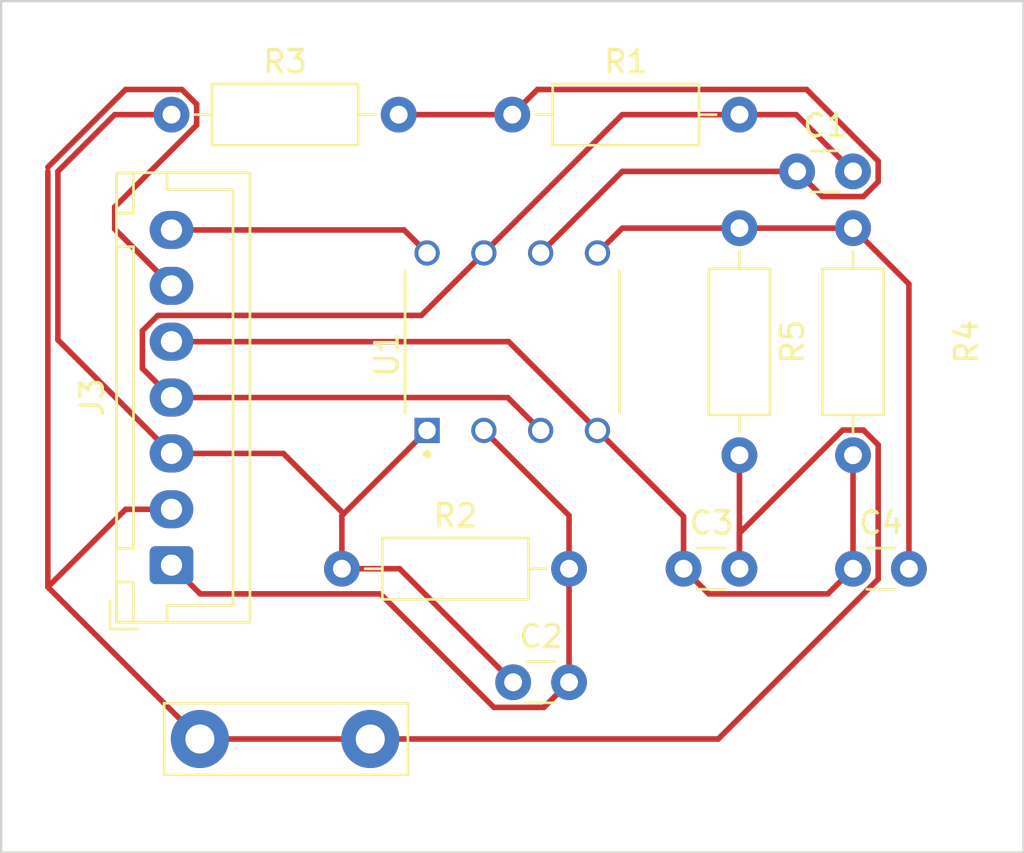
<source format=kicad_pcb>
(kicad_pcb (version 20221018) (generator pcbnew)
  (layers (0 "F.Cu" signal) (31 "B.Cu" signal) (34 "B.Paste" user) (35 "F.Paste" user) (36 "B.SilkS" user "B.Silkscreen") (37 "F.SilkS" user "F.Silkscreen") (38 "B.Mask" user) (39 "F.Mask" user) (44 "Edge.Cuts" user))
  (net 0 "")
  (net 1 "Skin1")
  (net 2 "GND")
  (net 3 "Net-(U1-2IN+)")
  (net 4 "VDD")
  (net 5 "2IN-")
  (net 6 "2OUT")
  (net 7 "1OUT")
  (net 8 "5V")
  (footprint "Capacitor_THT:C_Disc_D3.0mm_W1.6mm_P2.50mm" (layer "F.Cu") (at 236.22 71.12)
    (fp_text reference "C4" (at 1.25 -2.05) (layer "F.SilkS"))
    (fp_text value "0.1uF")
    (fp_line (start 0.621 -0.92) (end 1.879 -0.92) (stroke (width 0.12)) (layer "F.SilkS"))
    (fp_line (start 0.621 0.92) (end 1.879 0.92) (stroke (width 0.12)) (layer "F.SilkS"))
    (pad "1" thru_hole circle (at 0 0) (size 1.6 1.6) (drill 0.8) (layers "*.Cu" "*.Mask") (net 2 "GND"))
    (pad "2" thru_hole circle (at 2.5 0) (size 1.6 1.6) (drill 0.8) (layers "*.Cu" "*.Mask") (net 3 "Net-(U1-2IN+)"))
  )
  (footprint "Connector_JST:JST_XH_B7B-XH-A_1x07_P2.50mm_Vertical" (layer "F.Cu") (at 205.74 70.96 90)
    (fp_text reference "J3" (at 7.5 -3.55 90) (layer "F.SilkS"))
    (fp_text value "Conn_01x07_Socket")
    (fp_line (start -2.85 -2.75) (end -2.85 -1.5) (stroke (width 0.12)) (layer "F.SilkS"))
    (fp_line (start -2.56 -2.46) (end -2.56 3.51) (stroke (width 0.12)) (layer "F.SilkS"))
    (fp_line (start -2.56 3.51) (end 17.56 3.51) (stroke (width 0.12)) (layer "F.SilkS"))
    (fp_line (start -2.55 -2.45) (end -2.55 -1.7) (stroke (width 0.12)) (layer "F.SilkS"))
    (fp_line (start -2.55 -1.7) (end -0.75 -1.7) (stroke (width 0.12)) (layer "F.SilkS"))
    (fp_line (start -2.55 -0.2) (end -1.8 -0.2) (stroke (width 0.12)) (layer "F.SilkS"))
    (fp_line (start -1.8 -0.2) (end -1.8 2.75) (stroke (width 0.12)) (layer "F.SilkS"))
    (fp_line (start -1.8 2.75) (end 7.5 2.75) (stroke (width 0.12)) (layer "F.SilkS"))
    (fp_line (start -1.6 -2.75) (end -2.85 -2.75) (stroke (width 0.12)) (layer "F.SilkS"))
    (fp_line (start -0.75 -2.45) (end -2.55 -2.45) (stroke (width 0.12)) (layer "F.SilkS"))
    (fp_line (start -0.75 -1.7) (end -0.75 -2.45) (stroke (width 0.12)) (layer "F.SilkS"))
    (fp_line (start 0.75 -2.45) (end 0.75 -1.7) (stroke (width 0.12)) (layer "F.SilkS"))
    (fp_line (start 0.75 -1.7) (end 14.25 -1.7) (stroke (width 0.12)) (layer "F.SilkS"))
    (fp_line (start 14.25 -2.45) (end 0.75 -2.45) (stroke (width 0.12)) (layer "F.SilkS"))
    (fp_line (start 14.25 -1.7) (end 14.25 -2.45) (stroke (width 0.12)) (layer "F.SilkS"))
    (fp_line (start 15.75 -2.45) (end 15.75 -1.7) (stroke (width 0.12)) (layer "F.SilkS"))
    (fp_line (start 15.75 -1.7) (end 17.55 -1.7) (stroke (width 0.12)) (layer "F.SilkS"))
    (fp_line (start 16.8 -0.2) (end 16.8 2.75) (stroke (width 0.12)) (layer "F.SilkS"))
    (fp_line (start 16.8 2.75) (end 7.5 2.75) (stroke (width 0.12)) (layer "F.SilkS"))
    (fp_line (start 17.55 -2.45) (end 15.75 -2.45) (stroke (width 0.12)) (layer "F.SilkS"))
    (fp_line (start 17.55 -1.7) (end 17.55 -2.45) (stroke (width 0.12)) (layer "F.SilkS"))
    (fp_line (start 17.55 -0.2) (end 16.8 -0.2) (stroke (width 0.12)) (layer "F.SilkS"))
    (fp_line (start 17.56 -2.46) (end -2.56 -2.46) (stroke (width 0.12)) (layer "F.SilkS"))
    (fp_line (start 17.56 3.51) (end 17.56 -2.46) (stroke (width 0.12)) (layer "F.SilkS"))
    (pad "1" thru_hole roundrect (at 0 0 90) (size 1.7 1.95) (drill 0.95) (layers "*.Cu" "*.Mask") (roundrect_rratio 0.147059) (net 1 "Skin1"))
    (pad "2" thru_hole oval (at 2.5 0 90) (size 1.7 1.95) (drill 0.95) (layers "*.Cu" "*.Mask") (net 8 "5V"))
    (pad "3" thru_hole oval (at 5 0 90) (size 1.7 1.95) (drill 0.95) (layers "*.Cu" "*.Mask") (net 7 "1OUT"))
    (pad "4" thru_hole oval (at 7.5 0 90) (size 1.7 1.95) (drill 0.95) (layers "*.Cu" "*.Mask") (net 6 "2OUT"))
    (pad "5" thru_hole oval (at 10 0 90) (size 1.7 1.95) (drill 0.95) (layers "*.Cu" "*.Mask") (net 2 "GND"))
    (pad "6" thru_hole oval (at 12.5 0 90) (size 1.7 1.95) (drill 0.95) (layers "*.Cu" "*.Mask") (net 8 "5V"))
    (pad "7" thru_hole oval (at 15 0 90) (size 1.7 1.95) (drill 0.95) (layers "*.Cu" "*.Mask") (net 4 "VDD"))
  )
  (footprint "TestPoint:TestPoint_Bridge_Pitch7.62mm_Drill1.3mm" (layer "F.Cu") (at 207.01 78.74)
    (fp_text reference "JP1" hide)
    (fp_text value "Jumper_2_Open")
    (fp_line (start -1.6 -1.6) (end 9.3 -1.6) (stroke (width 0.12)) (layer "F.SilkS"))
    (fp_line (start -1.6 1.6) (end -1.6 -1.6) (stroke (width 0.12)) (layer "F.SilkS"))
    (fp_line (start 9.3 -1.6) (end 9.3 1.6) (stroke (width 0.12)) (layer "F.SilkS"))
    (fp_line (start 9.3 1.6) (end -1.6 1.6) (stroke (width 0.12)) (layer "F.SilkS"))
    (pad "1" thru_hole circle (at 0 0) (size 2.6 2.6) (drill 1.3) (layers "*.Cu" "*.Mask") (net 8 "5V"))
    (pad "1" thru_hole circle (at 7.62 0) (size 2.6 2.6) (drill 1.3) (layers "*.Cu" "*.Mask") (net 8 "5V"))
  )
  (footprint "Resistor_THT:R_Axial_DIN0207_L6.3mm_D2.5mm_P10.16mm_Horizontal" (layer "F.Cu") (at 205.74 50.8)
    (fp_text reference "R3" (at 5.08 -2.37) (layer "F.SilkS"))
    (fp_text value "100K")
    (fp_line (start 1.04 0) (end 1.81 0) (stroke (width 0.12)) (layer "F.SilkS"))
    (fp_line (start 1.81 -1.37) (end 1.81 1.37) (stroke (width 0.12)) (layer "F.SilkS"))
    (fp_line (start 1.81 1.37) (end 8.35 1.37) (stroke (width 0.12)) (layer "F.SilkS"))
    (fp_line (start 8.35 -1.37) (end 1.81 -1.37) (stroke (width 0.12)) (layer "F.SilkS"))
    (fp_line (start 8.35 1.37) (end 8.35 -1.37) (stroke (width 0.12)) (layer "F.SilkS"))
    (fp_line (start 9.12 0) (end 8.35 0) (stroke (width 0.12)) (layer "F.SilkS"))
    (pad "1" thru_hole circle (at 0 0) (size 1.6 1.6) (drill 0.8) (layers "*.Cu" "*.Mask") (net 7 "1OUT"))
    (pad "2" thru_hole oval (at 10.16 0) (size 1.6 1.6) (drill 0.8) (layers "*.Cu" "*.Mask") (net 5 "2IN-"))
  )
  (footprint "Resistor_THT:R_Axial_DIN0207_L6.3mm_D2.5mm_P10.16mm_Horizontal" (layer "F.Cu") (at 220.98 50.8)
    (fp_text reference "R1" (at 5.08 -2.37) (layer "F.SilkS"))
    (fp_text value "100K")
    (fp_line (start 1.04 0) (end 1.81 0) (stroke (width 0.12)) (layer "F.SilkS"))
    (fp_line (start 1.81 -1.37) (end 1.81 1.37) (stroke (width 0.12)) (layer "F.SilkS"))
    (fp_line (start 1.81 1.37) (end 8.35 1.37) (stroke (width 0.12)) (layer "F.SilkS"))
    (fp_line (start 8.35 -1.37) (end 1.81 -1.37) (stroke (width 0.12)) (layer "F.SilkS"))
    (fp_line (start 8.35 1.37) (end 8.35 -1.37) (stroke (width 0.12)) (layer "F.SilkS"))
    (fp_line (start 9.12 0) (end 8.35 0) (stroke (width 0.12)) (layer "F.SilkS"))
    (pad "1" thru_hole circle (at 0 0) (size 1.6 1.6) (drill 0.8) (layers "*.Cu" "*.Mask") (net 5 "2IN-"))
    (pad "2" thru_hole oval (at 10.16 0) (size 1.6 1.6) (drill 0.8) (layers "*.Cu" "*.Mask") (net 6 "2OUT"))
  )
  (footprint "Resistor_THT:R_Axial_DIN0207_L6.3mm_D2.5mm_P10.16mm_Horizontal" (layer "F.Cu") (at 231.14 55.88 -90)
    (fp_text reference "R5" (at 5.08 -2.37 90) (layer "F.SilkS"))
    (fp_text value "100K")
    (fp_line (start 1.04 0) (end 1.81 0) (stroke (width 0.12)) (layer "F.SilkS"))
    (fp_line (start 1.81 -1.37) (end 1.81 1.37) (stroke (width 0.12)) (layer "F.SilkS"))
    (fp_line (start 1.81 1.37) (end 8.35 1.37) (stroke (width 0.12)) (layer "F.SilkS"))
    (fp_line (start 8.35 -1.37) (end 1.81 -1.37) (stroke (width 0.12)) (layer "F.SilkS"))
    (fp_line (start 8.35 1.37) (end 8.35 -1.37) (stroke (width 0.12)) (layer "F.SilkS"))
    (fp_line (start 9.12 0) (end 8.35 0) (stroke (width 0.12)) (layer "F.SilkS"))
    (pad "1" thru_hole circle (at 0 0 270) (size 1.6 1.6) (drill 0.8) (layers "*.Cu" "*.Mask") (net 3 "Net-(U1-2IN+)"))
    (pad "2" thru_hole oval (at 10.16 0 270) (size 1.6 1.6) (drill 0.8) (layers "*.Cu" "*.Mask") (net 8 "5V"))
  )
  (footprint "Resistor_THT:R_Axial_DIN0207_L6.3mm_D2.5mm_P10.16mm_Horizontal" (layer "F.Cu") (at 236.22 66.04 90)
    (fp_text reference "R4" (at 5.08 5.08 90) (layer "F.SilkS"))
    (fp_text value "100K")
    (fp_line (start 1.04 0) (end 1.81 0) (stroke (width 0.12)) (layer "F.SilkS"))
    (fp_line (start 1.81 -1.37) (end 1.81 1.37) (stroke (width 0.12)) (layer "F.SilkS"))
    (fp_line (start 1.81 1.37) (end 8.35 1.37) (stroke (width 0.12)) (layer "F.SilkS"))
    (fp_line (start 8.35 -1.37) (end 1.81 -1.37) (stroke (width 0.12)) (layer "F.SilkS"))
    (fp_line (start 8.35 1.37) (end 8.35 -1.37) (stroke (width 0.12)) (layer "F.SilkS"))
    (fp_line (start 9.12 0) (end 8.35 0) (stroke (width 0.12)) (layer "F.SilkS"))
    (pad "1" thru_hole circle (at 0 0 90) (size 1.6 1.6) (drill 0.8) (layers "*.Cu" "*.Mask") (net 2 "GND"))
    (pad "2" thru_hole oval (at 10.16 0 90) (size 1.6 1.6) (drill 0.8) (layers "*.Cu" "*.Mask") (net 3 "Net-(U1-2IN+)"))
  )
  (footprint "TLC2272ACP:DIP794W45P254L959H508Q8" (layer "F.Cu") (at 220.98 60.96 90)
    (fp_text reference "U1" (at -0.565 -5.607 90) (layer "F.SilkS"))
    (fp_text value "TLC2272ACP" hide)
    (fp_line (start -3.175 -4.795) (end 3.175 -4.795) (stroke (width 0.127)) (layer "F.SilkS"))
    (fp_line (start -3.175 4.795) (end 3.175 4.795) (stroke (width 0.127)) (layer "F.SilkS"))
    (fp_circle (center -5.035 -3.81) (end -4.935 -3.81) (stroke (width 0.2)) (fill none) (layer "F.SilkS"))
    (pad "1" thru_hole rect (at -3.97 -3.81 90) (size 1.13 1.13) (drill 0.78) (layers "*.Cu" "*.Mask") (net 7 "1OUT"))
    (pad "2" thru_hole circle (at -3.97 -1.27 90) (size 1.13 1.13) (drill 0.78) (layers "*.Cu" "*.Mask") (net 1 "Skin1"))
    (pad "3" thru_hole circle (at -3.97 1.27 90) (size 1.13 1.13) (drill 0.78) (layers "*.Cu" "*.Mask") (net 6 "2OUT"))
    (pad "4" thru_hole circle (at -3.97 3.81 90) (size 1.13 1.13) (drill 0.78) (layers "*.Cu" "*.Mask") (net 2 "GND"))
    (pad "5" thru_hole circle (at 3.97 3.81 90) (size 1.13 1.13) (drill 0.78) (layers "*.Cu" "*.Mask") (net 3 "Net-(U1-2IN+)"))
    (pad "6" thru_hole circle (at 3.97 1.27 90) (size 1.13 1.13) (drill 0.78) (layers "*.Cu" "*.Mask") (net 5 "2IN-"))
    (pad "7" thru_hole circle (at 3.97 -1.27 90) (size 1.13 1.13) (drill 0.78) (layers "*.Cu" "*.Mask") (net 6 "2OUT"))
    (pad "8" thru_hole circle (at 3.97 -3.81 90) (size 1.13 1.13) (drill 0.78) (layers "*.Cu" "*.Mask") (net 4 "VDD"))
  )
  (footprint "Resistor_THT:R_Axial_DIN0207_L6.3mm_D2.5mm_P10.16mm_Horizontal" (layer "F.Cu") (at 213.36 71.12)
    (fp_text reference "R2" (at 5.08 -2.37) (layer "F.SilkS"))
    (fp_text value "1M")
    (fp_line (start 1.04 0) (end 1.81 0) (stroke (width 0.12)) (layer "F.SilkS"))
    (fp_line (start 1.81 -1.37) (end 1.81 1.37) (stroke (width 0.12)) (layer "F.SilkS"))
    (fp_line (start 1.81 1.37) (end 8.35 1.37) (stroke (width 0.12)) (layer "F.SilkS"))
    (fp_line (start 8.35 -1.37) (end 1.81 -1.37) (stroke (width 0.12)) (layer "F.SilkS"))
    (fp_line (start 8.35 1.37) (end 8.35 -1.37) (stroke (width 0.12)) (layer "F.SilkS"))
    (fp_line (start 9.12 0) (end 8.35 0) (stroke (width 0.12)) (layer "F.SilkS"))
    (pad "1" thru_hole circle (at 0 0) (size 1.6 1.6) (drill 0.8) (layers "*.Cu" "*.Mask") (net 7 "1OUT"))
    (pad "2" thru_hole oval (at 10.16 0) (size 1.6 1.6) (drill 0.8) (layers "*.Cu" "*.Mask") (net 1 "Skin1"))
  )
  (footprint "Capacitor_THT:C_Disc_D3.0mm_W1.6mm_P2.50mm" (layer "F.Cu") (at 233.72 53.34)
    (fp_text reference "C1" (at 1.25 -2.05) (layer "F.SilkS"))
    (fp_text value "0.1uF")
    (fp_line (start 0.621 -0.92) (end 1.879 -0.92) (stroke (width 0.12)) (layer "F.SilkS"))
    (fp_line (start 0.621 0.92) (end 1.879 0.92) (stroke (width 0.12)) (layer "F.SilkS"))
    (pad "1" thru_hole circle (at 0 0) (size 1.6 1.6) (drill 0.8) (layers "*.Cu" "*.Mask") (net 5 "2IN-"))
    (pad "2" thru_hole circle (at 2.5 0) (size 1.6 1.6) (drill 0.8) (layers "*.Cu" "*.Mask") (net 6 "2OUT"))
  )
  (footprint "Capacitor_THT:C_Disc_D3.0mm_W1.6mm_P2.50mm" (layer "F.Cu") (at 221.02 76.2)
    (fp_text reference "C2" (at 1.25 -2.05) (layer "F.SilkS"))
    (fp_text value "0.1uF")
    (fp_line (start 0.621 -0.92) (end 1.879 -0.92) (stroke (width 0.12)) (layer "F.SilkS"))
    (fp_line (start 0.621 0.92) (end 1.879 0.92) (stroke (width 0.12)) (layer "F.SilkS"))
    (pad "1" thru_hole circle (at 0 0) (size 1.6 1.6) (drill 0.8) (layers "*.Cu" "*.Mask") (net 7 "1OUT"))
    (pad "2" thru_hole circle (at 2.5 0) (size 1.6 1.6) (drill 0.8) (layers "*.Cu" "*.Mask") (net 1 "Skin1"))
  )
  (footprint "Capacitor_THT:C_Disc_D3.0mm_W1.6mm_P2.50mm" (layer "F.Cu") (at 228.64 71.12)
    (fp_text reference "C3" (at 1.25 -2.05) (layer "F.SilkS"))
    (fp_text value "0.1uF")
    (fp_line (start 0.621 -0.92) (end 1.879 -0.92) (stroke (width 0.12)) (layer "F.SilkS"))
    (fp_line (start 0.621 0.92) (end 1.879 0.92) (stroke (width 0.12)) (layer "F.SilkS"))
    (pad "1" thru_hole circle (at 0 0) (size 1.6 1.6) (drill 0.8) (layers "*.Cu" "*.Mask") (net 2 "GND"))
    (pad "2" thru_hole circle (at 2.5 0) (size 1.6 1.6) (drill 0.8) (layers "*.Cu" "*.Mask") (net 8 "5V"))
  )
  (gr_line (start 243.84 83.82) (end 198.12 83.82) (stroke (width 0.1)) (layer "Edge.Cuts"))
  (gr_line (start 198.12 45.72) (end 198.12 83.82) (stroke (width 0.1)) (layer "Edge.Cuts"))
  (gr_line (start 243.84 45.72) (end 243.84 83.82) (stroke (width 0.1)) (layer "Edge.Cuts"))
  (gr_line (start 198.12 45.72) (end 243.84 45.72) (stroke (width 0.1)) (layer "Edge.Cuts"))
  (segment (start 223.52 71.12) (end 223.52 76.2) (width 0.25) (layer "F.Cu") (net 1))
  (segment (start 222.395 77.325) (end 223.52 76.2) (width 0.25) (layer "F.Cu") (net 1))
  (segment (start 220.159 77.325) (end 222.395 77.325) (width 0.25) (layer "F.Cu") (net 1))
  (segment (start 215.079 72.245) (end 220.159 77.325) (width 0.25) (layer "F.Cu") (net 1))
  (segment (start 223.52 71.12) (end 223.52 68.74) (width 0.25) (layer "F.Cu") (net 1))
  (segment (start 223.52 68.74) (end 219.71 64.93) (width 0.25) (layer "F.Cu") (net 1))
  (segment (start 207.025 72.245) (end 215.079 72.245) (width 0.25) (layer "F.Cu") (net 1))
  (segment (start 205.74 70.96) (end 207.025 72.245) (width 0.25) (layer "F.Cu") (net 1))
  (segment (start 228.64 71.12) (end 228.64 68.78) (width 0.25) (layer "F.Cu") (net 2))
  (segment (start 220.82 60.96) (end 205.74 60.96) (width 0.25) (layer "F.Cu") (net 2))
  (segment (start 236.22 66.04) (end 236.22 71.12) (width 0.25) (layer "F.Cu") (net 2))
  (segment (start 229.765 72.245) (end 228.64 71.12) (width 0.25) (layer "F.Cu") (net 2))
  (segment (start 228.64 68.78) (end 224.79 64.93) (width 0.25) (layer "F.Cu") (net 2))
  (segment (start 224.79 64.93) (end 220.82 60.96) (width 0.25) (layer "F.Cu") (net 2))
  (segment (start 236.22 71.12) (end 235.095 72.245) (width 0.25) (layer "F.Cu") (net 2))
  (segment (start 235.095 72.245) (end 229.765 72.245) (width 0.25) (layer "F.Cu") (net 2))
  (segment (start 236.22 55.88) (end 231.14 55.88) (width 0.25) (layer "F.Cu") (net 3))
  (segment (start 236.22 55.88) (end 238.72 58.38) (width 0.25) (layer "F.Cu") (net 3))
  (segment (start 238.72 58.38) (end 238.72 71.12) (width 0.25) (layer "F.Cu") (net 3))
  (segment (start 231.14 55.88) (end 225.9 55.88) (width 0.25) (layer "F.Cu") (net 3))
  (segment (start 225.9 55.88) (end 224.79 56.99) (width 0.25) (layer "F.Cu") (net 3))
  (segment (start 217.17 56.99) (end 216.14 55.96) (width 0.25) (layer "F.Cu") (net 4))
  (segment (start 216.14 55.96) (end 205.74 55.96) (width 0.25) (layer "F.Cu") (net 4))
  (segment (start 220.98 50.8) (end 215.9 50.8) (width 0.25) (layer "F.Cu") (net 5))
  (segment (start 225.9 53.34) (end 222.25 56.99) (width 0.25) (layer "F.Cu") (net 5))
  (segment (start 234.845 54.465) (end 233.72 53.34) (width 0.25) (layer "F.Cu") (net 5))
  (segment (start 236.686 54.465) (end 234.845 54.465) (width 0.25) (layer "F.Cu") (net 5))
  (segment (start 233.72 53.34) (end 225.9 53.34) (width 0.25) (layer "F.Cu") (net 5))
  (segment (start 222.105 49.675) (end 234.146 49.675) (width 0.25) (layer "F.Cu") (net 5))
  (segment (start 220.98 50.8) (end 222.105 49.675) (width 0.25) (layer "F.Cu") (net 5))
  (segment (start 237.345 52.874) (end 237.345 53.806) (width 0.25) (layer "F.Cu") (net 5))
  (segment (start 234.146 49.675) (end 237.345 52.874) (width 0.25) (layer "F.Cu") (net 5))
  (segment (start 237.345 53.806) (end 236.686 54.465) (width 0.25) (layer "F.Cu") (net 5))
  (segment (start 220.78 63.46) (end 205.74 63.46) (width 0.25) (layer "F.Cu") (net 6))
  (segment (start 205.128 59.785) (end 216.915 59.785) (width 0.25) (layer "F.Cu") (net 6))
  (segment (start 233.68 50.8) (end 236.22 53.34) (width 0.25) (layer "F.Cu") (net 6))
  (segment (start 204.44 62.16) (end 204.44 60.4733) (width 0.25) (layer "F.Cu") (net 6))
  (segment (start 231.14 50.8) (end 225.9 50.8) (width 0.25) (layer "F.Cu") (net 6))
  (segment (start 225.9 50.8) (end 219.71 56.99) (width 0.25) (layer "F.Cu") (net 6))
  (segment (start 216.915 59.785) (end 219.71 56.99) (width 0.25) (layer "F.Cu") (net 6))
  (segment (start 204.44 60.4733) (end 205.128 59.785) (width 0.25) (layer "F.Cu") (net 6))
  (segment (start 222.25 64.93) (end 220.78 63.46) (width 0.25) (layer "F.Cu") (net 6))
  (segment (start 205.74 63.46) (end 204.44 62.16) (width 0.25) (layer "F.Cu") (net 6))
  (segment (start 231.14 50.8) (end 233.68 50.8) (width 0.25) (layer "F.Cu") (net 6))
  (segment (start 213.44 68.66) (end 217.17 64.93) (width 0.25) (layer "F.Cu") (net 7))
  (segment (start 215.94 71.12) (end 221.02 76.2) (width 0.25) (layer "F.Cu") (net 7))
  (segment (start 200.66 53.34) (end 200.66 60.88) (width 0.25) (layer "F.Cu") (net 7))
  (segment (start 213.36 71.12) (end 215.94 71.12) (width 0.25) (layer "F.Cu") (net 7))
  (segment (start 203.2 50.8) (end 200.66 53.34) (width 0.25) (layer "F.Cu") (net 7))
  (segment (start 210.74 65.96) (end 213.44 68.66) (width 0.25) (layer "F.Cu") (net 7))
  (segment (start 205.74 65.96) (end 210.74 65.96) (width 0.25) (layer "F.Cu") (net 7))
  (segment (start 213.36 71.12) (end 213.36 68.74) (width 0.25) (layer "F.Cu") (net 7))
  (segment (start 205.74 50.8) (end 203.2 50.8) (width 0.25) (layer "F.Cu") (net 7))
  (segment (start 213.36 68.74) (end 213.44 68.66) (width 0.25) (layer "F.Cu") (net 7))
  (segment (start 200.66 60.88) (end 205.74 65.96) (width 0.25) (layer "F.Cu") (net 7))
  (segment (start 203.69 68.46) (end 200.21 71.94) (width 0.25) (layer "F.Cu") (net 8))
  (segment (start 206.865 51.266) (end 203.2 54.931) (width 0.25) (layer "F.Cu") (net 8))
  (segment (start 237.345 65.574) (end 236.686 64.915) (width 0.25) (layer "F.Cu") (net 8))
  (segment (start 230.191 78.74) (end 237.345 71.586) (width 0.25) (layer "F.Cu") (net 8))
  (segment (start 200.21 53.1536) (end 203.689 49.675) (width 0.25) (layer "F.Cu") (net 8))
  (segment (start 236.686 64.915) (end 235.754 64.915) (width 0.25) (layer "F.Cu") (net 8))
  (segment (start 205.74 68.46) (end 203.69 68.46) (width 0.25) (layer "F.Cu") (net 8))
  (segment (start 203.2 55.92) (end 205.74 58.46) (width 0.25) (layer "F.Cu") (net 8))
  (segment (start 206.865 50.334) (end 206.865 51.266) (width 0.25) (layer "F.Cu") (net 8))
  (segment (start 231.14 66.04) (end 231.14 69.529) (width 0.25) (layer "F.Cu") (net 8))
  (segment (start 237.345 71.586) (end 237.345 65.574) (width 0.25) (layer "F.Cu") (net 8))
  (segment (start 231.14 69.529) (end 231.14 71.12) (width 0.25) (layer "F.Cu") (net 8))
  (segment (start 231.14 69.529) (end 231.14 71.12) (width 0.25) (layer "F.Cu") (net 8))
  (segment (start 214.63 78.74) (end 207.01 78.74) (width 0.25) (layer "F.Cu") (net 8))
  (segment (start 206.206 49.675) (end 206.865 50.334) (width 0.25) (layer "F.Cu") (net 8))
  (segment (start 207.01 78.74) (end 200.21 71.94) (width 0.25) (layer "F.Cu") (net 8))
  (segment (start 203.2 54.931) (end 203.2 55.92) (width 0.25) (layer "F.Cu") (net 8))
  (segment (start 214.63 78.74) (end 230.191 78.74) (width 0.25) (layer "F.Cu") (net 8))
  (segment (start 200.21 71.94) (end 200.21 53.34) (width 0.25) (layer "F.Cu") (net 8))
  (segment (start 203.689 49.675) (end 206.206 49.675) (width 0.25) (layer "F.Cu") (net 8))
  (segment (start 235.754 64.915) (end 231.14 69.529) (width 0.25) (layer "F.Cu") (net 8))
)
</source>
